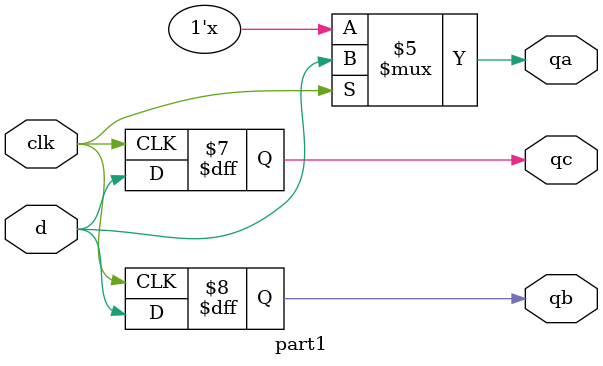
<source format=v>
module part1(d,clk,qa,qb,qc);
	input d,clk;
	output reg qa;
   always @ (d,clk)
	begin
      if (clk==1'b1)
		begin
			qa <= d;
		end
	end
	
	output reg qb;
	always @ (posedge clk)
	begin
		qb <= d;
	end
	
	output reg qc;
	always @ (negedge clk)
	begin
		qc <= d;
	end
	
endmodule
//
//module pos_d_ff(d,clk,qb);
//	input d,clk;
//	output reg qb;
//	always @ (posedge clk)
//	begin
//		qb <= d;
//	end
//endmodule
//
//module neg_d_ff(d,clk,qc);
//	input d,clk;
//	output reg qc;
//	always @ (negedge clk)
//	begin
//		qc <= d;
//	end
//endmodule
</source>
